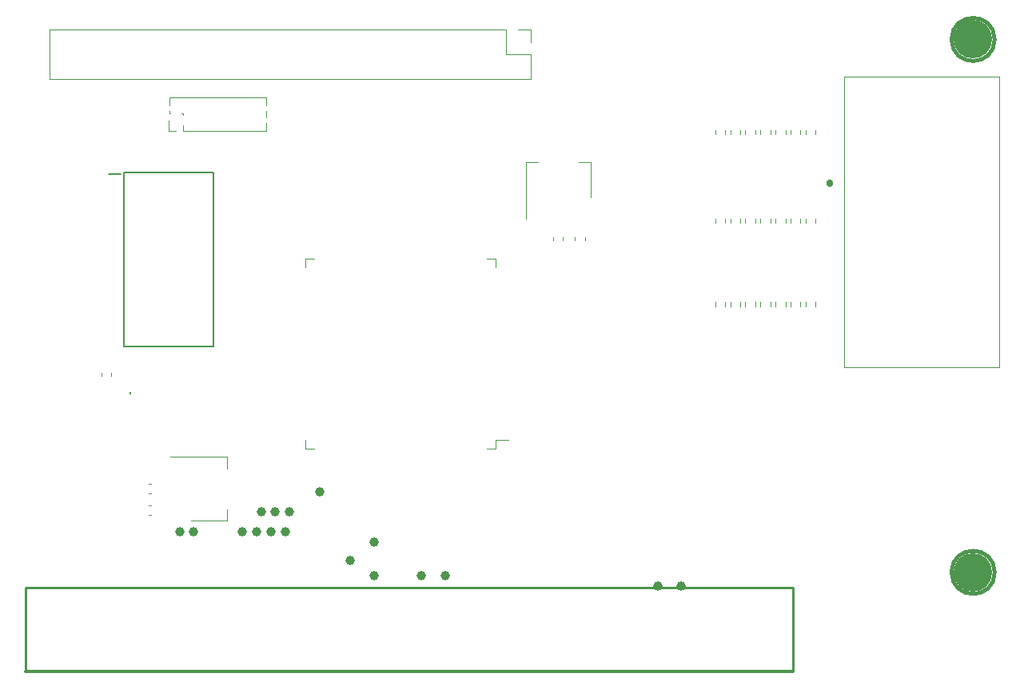
<source format=gbr>
%TF.GenerationSoftware,KiCad,Pcbnew,7.0.8-7.0.8~ubuntu22.04.1*%
%TF.CreationDate,2023-10-10T13:43:40+03:00*%
%TF.ProjectId,minifp,6d696e69-6670-42e6-9b69-6361645f7063,rev?*%
%TF.SameCoordinates,Original*%
%TF.FileFunction,Legend,Top*%
%TF.FilePolarity,Positive*%
%FSLAX46Y46*%
G04 Gerber Fmt 4.6, Leading zero omitted, Abs format (unit mm)*
G04 Created by KiCad (PCBNEW 7.0.8-7.0.8~ubuntu22.04.1) date 2023-10-10 13:43:40*
%MOMM*%
%LPD*%
G01*
G04 APERTURE LIST*
%ADD10C,0.200000*%
%ADD11C,0.100000*%
%ADD12C,0.700000*%
%ADD13C,0.254000*%
%ADD14C,0.304800*%
%ADD15C,0.381000*%
%ADD16C,0.120000*%
%ADD17C,1.000000*%
%ADD18C,4.064000*%
G04 APERTURE END LIST*
D10*
%TO.C,Y1*%
X120910000Y-124210000D02*
X120910000Y-124210000D01*
X120910000Y-124110000D02*
X120910000Y-124110000D01*
X120910000Y-124210000D02*
X120910000Y-124210000D01*
X120910000Y-124210000D02*
G75*
G03*
X120910000Y-124110000I0J50000D01*
G01*
X120910000Y-124110000D02*
G75*
G03*
X120910000Y-124210000I0J-50000D01*
G01*
X120910000Y-124210000D02*
G75*
G03*
X120910000Y-124110000I0J50000D01*
G01*
D11*
%TO.C,J401*%
X212970000Y-121413000D02*
X212970000Y-90602000D01*
X212970000Y-90602000D02*
X196550000Y-90602000D01*
X196550000Y-90602000D02*
X196550000Y-121413000D01*
X196550000Y-121413000D02*
X212970000Y-121413000D01*
D12*
X195000000Y-102000000D02*
X195000000Y-102000000D01*
X195000000Y-101900000D02*
X195000000Y-101900000D01*
X195000000Y-102000000D02*
G75*
G03*
X195000000Y-101900000I0J50000D01*
G01*
X195000000Y-101900000D02*
G75*
G03*
X195000000Y-102000000I0J-50000D01*
G01*
D10*
%TO.C,IC1*%
X120270000Y-100795000D02*
X129730000Y-100795000D01*
X129730000Y-100795000D02*
X129730000Y-119205000D01*
X129730000Y-119205000D02*
X120270000Y-119205000D01*
X120270000Y-119205000D02*
X120270000Y-100795000D01*
X118625000Y-100950000D02*
X119920000Y-100950000D01*
D13*
%TO.C,J1*%
X109855000Y-153670000D02*
X109855000Y-144780000D01*
X191135000Y-144780000D02*
X109855000Y-144780000D01*
X191135000Y-144780000D02*
X191135000Y-153670000D01*
D14*
X191135000Y-153670000D02*
X109855000Y-153670000D01*
D15*
X212471000Y-86677500D02*
G75*
G03*
X212471000Y-86677500I-2286000J0D01*
G01*
X212471000Y-143192500D02*
G75*
G03*
X212471000Y-143192500I-2286000J0D01*
G01*
D16*
%TO.C,R12*%
X190311500Y-105662742D02*
X190311500Y-106137258D01*
X189266500Y-105662742D02*
X189266500Y-106137258D01*
%TO.C,R9*%
X185511500Y-105662742D02*
X185511500Y-106137258D01*
X184466500Y-105662742D02*
X184466500Y-106137258D01*
%TO.C,C201*%
X166753000Y-107682420D02*
X166753000Y-107963580D01*
X165733000Y-107682420D02*
X165733000Y-107963580D01*
%TO.C,R6*%
X191911500Y-96282742D02*
X191911500Y-96757258D01*
X190866500Y-96282742D02*
X190866500Y-96757258D01*
%TO.C,U602*%
X125140000Y-130920000D02*
X131150000Y-130920000D01*
X127390000Y-137740000D02*
X131150000Y-137740000D01*
X131150000Y-130920000D02*
X131150000Y-132180000D01*
X131150000Y-137740000D02*
X131150000Y-136480000D01*
%TO.C,R21*%
X193511500Y-114507742D02*
X193511500Y-114982258D01*
X192466500Y-114507742D02*
X192466500Y-114982258D01*
%TO.C,R16*%
X185511500Y-114507742D02*
X185511500Y-114982258D01*
X184466500Y-114507742D02*
X184466500Y-114982258D01*
%TO.C,R1*%
X183911500Y-96282742D02*
X183911500Y-96757258D01*
X182866500Y-96282742D02*
X182866500Y-96757258D01*
%TO.C,R17*%
X187111500Y-114507742D02*
X187111500Y-114982258D01*
X186066500Y-114507742D02*
X186066500Y-114982258D01*
%TO.C,R5*%
X190311500Y-96282742D02*
X190311500Y-96757258D01*
X189266500Y-96282742D02*
X189266500Y-96757258D01*
%TO.C,R15*%
X183911500Y-114507742D02*
X183911500Y-114982258D01*
X182866500Y-114507742D02*
X182866500Y-114982258D01*
%TO.C,C202*%
X169053000Y-107682420D02*
X169053000Y-107963580D01*
X168033000Y-107682420D02*
X168033000Y-107963580D01*
%TO.C,C20*%
X118910000Y-122069420D02*
X118910000Y-122350580D01*
X117890000Y-122069420D02*
X117890000Y-122350580D01*
%TO.C,R14*%
X193511500Y-105662742D02*
X193511500Y-106137258D01*
X192466500Y-105662742D02*
X192466500Y-106137258D01*
%TO.C,C204*%
X123132180Y-137140000D02*
X122851020Y-137140000D01*
X123132180Y-136120000D02*
X122851020Y-136120000D01*
%TO.C,J4*%
X163330000Y-85670000D02*
X163330000Y-87000000D01*
X162000000Y-85670000D02*
X163330000Y-85670000D01*
X160730000Y-85670000D02*
X112410000Y-85670000D01*
X160730000Y-85670000D02*
X160730000Y-88270000D01*
X112410000Y-85670000D02*
X112410000Y-90870000D01*
X163330000Y-88270000D02*
X163330000Y-90870000D01*
X160730000Y-88270000D02*
X163330000Y-88270000D01*
X163330000Y-90870000D02*
X112410000Y-90870000D01*
%TO.C,R8*%
X183911500Y-105662742D02*
X183911500Y-106137258D01*
X182866500Y-105662742D02*
X182866500Y-106137258D01*
%TO.C,R7*%
X193511500Y-96282742D02*
X193511500Y-96757258D01*
X192466500Y-96282742D02*
X192466500Y-96757258D01*
%TO.C,R19*%
X190311500Y-114507742D02*
X190311500Y-114982258D01*
X189266500Y-114507742D02*
X189266500Y-114982258D01*
%TO.C,R13*%
X191911500Y-105662742D02*
X191911500Y-106137258D01*
X190866500Y-105662742D02*
X190866500Y-106137258D01*
%TO.C,R4*%
X188711500Y-96282742D02*
X188711500Y-96757258D01*
X187666500Y-96282742D02*
X187666500Y-96757258D01*
%TO.C,R20*%
X191911500Y-114507742D02*
X191911500Y-114982258D01*
X190866500Y-114507742D02*
X190866500Y-114982258D01*
%TO.C,U2*%
X159640000Y-130110000D02*
X159640000Y-129160000D01*
X159640000Y-129160000D02*
X160930000Y-129160000D01*
X159640000Y-109890000D02*
X159640000Y-110840000D01*
X158690000Y-130110000D02*
X159640000Y-130110000D01*
X158690000Y-109890000D02*
X159640000Y-109890000D01*
X140370000Y-130110000D02*
X139420000Y-130110000D01*
X140370000Y-109890000D02*
X139420000Y-109890000D01*
X139420000Y-130110000D02*
X139420000Y-129160000D01*
X139420000Y-109890000D02*
X139420000Y-110840000D01*
%TO.C,R2*%
X185511500Y-96282742D02*
X185511500Y-96757258D01*
X184466500Y-96282742D02*
X184466500Y-96757258D01*
%TO.C,C203*%
X123132180Y-134840000D02*
X122851020Y-134840000D01*
X123132180Y-133820000D02*
X122851020Y-133820000D01*
%TO.C,U601*%
X162833000Y-105700000D02*
X162833000Y-99690000D01*
X169653000Y-103450000D02*
X169653000Y-99690000D01*
X162833000Y-99690000D02*
X164093000Y-99690000D01*
X169653000Y-99690000D02*
X168393000Y-99690000D01*
%TO.C,R3*%
X187111500Y-96282742D02*
X187111500Y-96757258D01*
X186066500Y-96282742D02*
X186066500Y-96757258D01*
%TO.C,R18*%
X188711500Y-114507742D02*
X188711500Y-114982258D01*
X187666500Y-114507742D02*
X187666500Y-114982258D01*
%TO.C,J2*%
X124990000Y-96380000D02*
X124990000Y-95250000D01*
X125750000Y-96380000D02*
X124990000Y-96380000D01*
X126510000Y-96380000D02*
X135335000Y-96380000D01*
X126510000Y-96380000D02*
X126510000Y-95813471D01*
X135335000Y-96380000D02*
X135335000Y-95557530D01*
X135335000Y-94942470D02*
X135335000Y-94287530D01*
X126510000Y-94686529D02*
X126510000Y-94543471D01*
X125055000Y-94490000D02*
X125055000Y-94287530D01*
X125186529Y-94490000D02*
X125055000Y-94490000D01*
X126456529Y-94490000D02*
X126313471Y-94490000D01*
X125055000Y-93672470D02*
X125055000Y-92850000D01*
X135335000Y-93672470D02*
X135335000Y-92850000D01*
X125055000Y-92850000D02*
X135335000Y-92850000D01*
%TO.C,R11*%
X188711500Y-105662742D02*
X188711500Y-106137258D01*
X187666500Y-105662742D02*
X187666500Y-106137258D01*
%TO.C,R10*%
X187111500Y-105662742D02*
X187111500Y-106137258D01*
X186066500Y-105662742D02*
X186066500Y-106137258D01*
%TD*%
D17*
%TO.C,*%
X146750000Y-143500000D03*
%TD*%
%TO.C,*%
X146750000Y-140000000D03*
%TD*%
%TO.C,*%
X144230000Y-141900000D03*
%TD*%
%TO.C,*%
X141000000Y-134620000D03*
%TD*%
%TO.C,*%
X137780000Y-136770000D03*
%TD*%
%TO.C,*%
X136280000Y-136770000D03*
%TD*%
%TO.C,*%
X134780000Y-136770000D03*
%TD*%
%TO.C,*%
X151700000Y-143500000D03*
%TD*%
%TO.C,*%
X154300000Y-143500000D03*
%TD*%
%TO.C,*%
X176840000Y-144630000D03*
%TD*%
%TO.C,*%
X179280000Y-144630000D03*
%TD*%
%TO.C,*%
X126135000Y-138890000D03*
%TD*%
%TO.C,*%
X137310000Y-138900000D03*
%TD*%
%TO.C,*%
X135810000Y-138900000D03*
%TD*%
D18*
%TO.C,J1*%
X210185000Y-86677500D03*
X210185000Y-143192500D03*
%TD*%
D17*
%TO.C,*%
X127635000Y-138900000D03*
%TD*%
%TO.C,*%
X134310000Y-138900000D03*
%TD*%
%TO.C,*%
X132810000Y-138900000D03*
%TD*%
M02*

</source>
